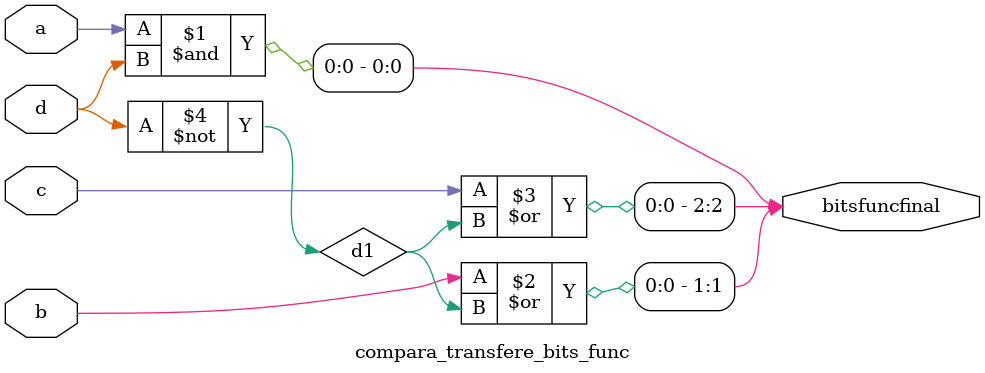
<source format=v>
module compara_transfere_bits_func(
	input a,b,c,d,
	output wire [2:0] bitsfuncfinal
);
//saida 1
and and0(bitsfuncfinal[0],a,d);
//saida 2
not not0(d1,d);
or or0(bitsfuncfinal[1],b,d1);
//saida 3
or or1(bitsfuncfinal[2],c,d1);
endmodule 
//passa bits da função da interface 1 ou 011
</source>
